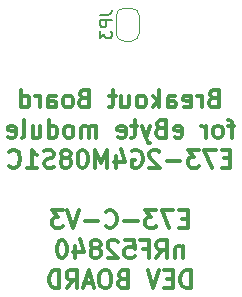
<source format=gbr>
G04 #@! TF.GenerationSoftware,KiCad,Pcbnew,5.0.1*
G04 #@! TF.CreationDate,2019-01-03T14:53:17+01:00*
G04 #@! TF.ProjectId,e73-c,6537332D632E6B696361645F70636200,rev?*
G04 #@! TF.SameCoordinates,Original*
G04 #@! TF.FileFunction,Legend,Bot*
G04 #@! TF.FilePolarity,Positive*
%FSLAX46Y46*%
G04 Gerber Fmt 4.6, Leading zero omitted, Abs format (unit mm)*
G04 Created by KiCad (PCBNEW 5.0.1) date do 03 jan 2019 14:53:17 CET*
%MOMM*%
%LPD*%
G01*
G04 APERTURE LIST*
%ADD10C,0.300000*%
%ADD11C,0.120000*%
%ADD12C,0.150000*%
G04 APERTURE END LIST*
D10*
X160292857Y-78602857D02*
X160078571Y-78674285D01*
X160007142Y-78745714D01*
X159935714Y-78888571D01*
X159935714Y-79102857D01*
X160007142Y-79245714D01*
X160078571Y-79317142D01*
X160221428Y-79388571D01*
X160792857Y-79388571D01*
X160792857Y-77888571D01*
X160292857Y-77888571D01*
X160150000Y-77960000D01*
X160078571Y-78031428D01*
X160007142Y-78174285D01*
X160007142Y-78317142D01*
X160078571Y-78460000D01*
X160150000Y-78531428D01*
X160292857Y-78602857D01*
X160792857Y-78602857D01*
X159292857Y-79388571D02*
X159292857Y-78388571D01*
X159292857Y-78674285D02*
X159221428Y-78531428D01*
X159150000Y-78460000D01*
X159007142Y-78388571D01*
X158864285Y-78388571D01*
X157792857Y-79317142D02*
X157935714Y-79388571D01*
X158221428Y-79388571D01*
X158364285Y-79317142D01*
X158435714Y-79174285D01*
X158435714Y-78602857D01*
X158364285Y-78460000D01*
X158221428Y-78388571D01*
X157935714Y-78388571D01*
X157792857Y-78460000D01*
X157721428Y-78602857D01*
X157721428Y-78745714D01*
X158435714Y-78888571D01*
X156435714Y-79388571D02*
X156435714Y-78602857D01*
X156507142Y-78460000D01*
X156650000Y-78388571D01*
X156935714Y-78388571D01*
X157078571Y-78460000D01*
X156435714Y-79317142D02*
X156578571Y-79388571D01*
X156935714Y-79388571D01*
X157078571Y-79317142D01*
X157150000Y-79174285D01*
X157150000Y-79031428D01*
X157078571Y-78888571D01*
X156935714Y-78817142D01*
X156578571Y-78817142D01*
X156435714Y-78745714D01*
X155721428Y-79388571D02*
X155721428Y-77888571D01*
X155578571Y-78817142D02*
X155150000Y-79388571D01*
X155150000Y-78388571D02*
X155721428Y-78960000D01*
X154292857Y-79388571D02*
X154435714Y-79317142D01*
X154507142Y-79245714D01*
X154578571Y-79102857D01*
X154578571Y-78674285D01*
X154507142Y-78531428D01*
X154435714Y-78460000D01*
X154292857Y-78388571D01*
X154078571Y-78388571D01*
X153935714Y-78460000D01*
X153864285Y-78531428D01*
X153792857Y-78674285D01*
X153792857Y-79102857D01*
X153864285Y-79245714D01*
X153935714Y-79317142D01*
X154078571Y-79388571D01*
X154292857Y-79388571D01*
X152507142Y-78388571D02*
X152507142Y-79388571D01*
X153150000Y-78388571D02*
X153150000Y-79174285D01*
X153078571Y-79317142D01*
X152935714Y-79388571D01*
X152721428Y-79388571D01*
X152578571Y-79317142D01*
X152507142Y-79245714D01*
X152007142Y-78388571D02*
X151435714Y-78388571D01*
X151792857Y-77888571D02*
X151792857Y-79174285D01*
X151721428Y-79317142D01*
X151578571Y-79388571D01*
X151435714Y-79388571D01*
X149292857Y-78602857D02*
X149078571Y-78674285D01*
X149007142Y-78745714D01*
X148935714Y-78888571D01*
X148935714Y-79102857D01*
X149007142Y-79245714D01*
X149078571Y-79317142D01*
X149221428Y-79388571D01*
X149792857Y-79388571D01*
X149792857Y-77888571D01*
X149292857Y-77888571D01*
X149150000Y-77960000D01*
X149078571Y-78031428D01*
X149007142Y-78174285D01*
X149007142Y-78317142D01*
X149078571Y-78460000D01*
X149150000Y-78531428D01*
X149292857Y-78602857D01*
X149792857Y-78602857D01*
X148078571Y-79388571D02*
X148221428Y-79317142D01*
X148292857Y-79245714D01*
X148364285Y-79102857D01*
X148364285Y-78674285D01*
X148292857Y-78531428D01*
X148221428Y-78460000D01*
X148078571Y-78388571D01*
X147864285Y-78388571D01*
X147721428Y-78460000D01*
X147650000Y-78531428D01*
X147578571Y-78674285D01*
X147578571Y-79102857D01*
X147650000Y-79245714D01*
X147721428Y-79317142D01*
X147864285Y-79388571D01*
X148078571Y-79388571D01*
X146292857Y-79388571D02*
X146292857Y-78602857D01*
X146364285Y-78460000D01*
X146507142Y-78388571D01*
X146792857Y-78388571D01*
X146935714Y-78460000D01*
X146292857Y-79317142D02*
X146435714Y-79388571D01*
X146792857Y-79388571D01*
X146935714Y-79317142D01*
X147007142Y-79174285D01*
X147007142Y-79031428D01*
X146935714Y-78888571D01*
X146792857Y-78817142D01*
X146435714Y-78817142D01*
X146292857Y-78745714D01*
X145578571Y-79388571D02*
X145578571Y-78388571D01*
X145578571Y-78674285D02*
X145507142Y-78531428D01*
X145435714Y-78460000D01*
X145292857Y-78388571D01*
X145150000Y-78388571D01*
X144007142Y-79388571D02*
X144007142Y-77888571D01*
X144007142Y-79317142D02*
X144150000Y-79388571D01*
X144435714Y-79388571D01*
X144578571Y-79317142D01*
X144650000Y-79245714D01*
X144721428Y-79102857D01*
X144721428Y-78674285D01*
X144650000Y-78531428D01*
X144578571Y-78460000D01*
X144435714Y-78388571D01*
X144150000Y-78388571D01*
X144007142Y-78460000D01*
X162078571Y-80938571D02*
X161507142Y-80938571D01*
X161864285Y-81938571D02*
X161864285Y-80652857D01*
X161792857Y-80510000D01*
X161650000Y-80438571D01*
X161507142Y-80438571D01*
X160792857Y-81938571D02*
X160935714Y-81867142D01*
X161007142Y-81795714D01*
X161078571Y-81652857D01*
X161078571Y-81224285D01*
X161007142Y-81081428D01*
X160935714Y-81010000D01*
X160792857Y-80938571D01*
X160578571Y-80938571D01*
X160435714Y-81010000D01*
X160364285Y-81081428D01*
X160292857Y-81224285D01*
X160292857Y-81652857D01*
X160364285Y-81795714D01*
X160435714Y-81867142D01*
X160578571Y-81938571D01*
X160792857Y-81938571D01*
X159650000Y-81938571D02*
X159650000Y-80938571D01*
X159650000Y-81224285D02*
X159578571Y-81081428D01*
X159507142Y-81010000D01*
X159364285Y-80938571D01*
X159221428Y-80938571D01*
X157007142Y-81867142D02*
X157150000Y-81938571D01*
X157435714Y-81938571D01*
X157578571Y-81867142D01*
X157650000Y-81724285D01*
X157650000Y-81152857D01*
X157578571Y-81010000D01*
X157435714Y-80938571D01*
X157150000Y-80938571D01*
X157007142Y-81010000D01*
X156935714Y-81152857D01*
X156935714Y-81295714D01*
X157650000Y-81438571D01*
X155792857Y-81152857D02*
X155578571Y-81224285D01*
X155507142Y-81295714D01*
X155435714Y-81438571D01*
X155435714Y-81652857D01*
X155507142Y-81795714D01*
X155578571Y-81867142D01*
X155721428Y-81938571D01*
X156292857Y-81938571D01*
X156292857Y-80438571D01*
X155792857Y-80438571D01*
X155650000Y-80510000D01*
X155578571Y-80581428D01*
X155507142Y-80724285D01*
X155507142Y-80867142D01*
X155578571Y-81010000D01*
X155650000Y-81081428D01*
X155792857Y-81152857D01*
X156292857Y-81152857D01*
X154935714Y-80938571D02*
X154578571Y-81938571D01*
X154221428Y-80938571D02*
X154578571Y-81938571D01*
X154721428Y-82295714D01*
X154792857Y-82367142D01*
X154935714Y-82438571D01*
X153864285Y-80938571D02*
X153292857Y-80938571D01*
X153650000Y-80438571D02*
X153650000Y-81724285D01*
X153578571Y-81867142D01*
X153435714Y-81938571D01*
X153292857Y-81938571D01*
X152221428Y-81867142D02*
X152364285Y-81938571D01*
X152650000Y-81938571D01*
X152792857Y-81867142D01*
X152864285Y-81724285D01*
X152864285Y-81152857D01*
X152792857Y-81010000D01*
X152650000Y-80938571D01*
X152364285Y-80938571D01*
X152221428Y-81010000D01*
X152150000Y-81152857D01*
X152150000Y-81295714D01*
X152864285Y-81438571D01*
X150364285Y-81938571D02*
X150364285Y-80938571D01*
X150364285Y-81081428D02*
X150292857Y-81010000D01*
X150150000Y-80938571D01*
X149935714Y-80938571D01*
X149792857Y-81010000D01*
X149721428Y-81152857D01*
X149721428Y-81938571D01*
X149721428Y-81152857D02*
X149650000Y-81010000D01*
X149507142Y-80938571D01*
X149292857Y-80938571D01*
X149150000Y-81010000D01*
X149078571Y-81152857D01*
X149078571Y-81938571D01*
X148150000Y-81938571D02*
X148292857Y-81867142D01*
X148364285Y-81795714D01*
X148435714Y-81652857D01*
X148435714Y-81224285D01*
X148364285Y-81081428D01*
X148292857Y-81010000D01*
X148150000Y-80938571D01*
X147935714Y-80938571D01*
X147792857Y-81010000D01*
X147721428Y-81081428D01*
X147650000Y-81224285D01*
X147650000Y-81652857D01*
X147721428Y-81795714D01*
X147792857Y-81867142D01*
X147935714Y-81938571D01*
X148150000Y-81938571D01*
X146364285Y-81938571D02*
X146364285Y-80438571D01*
X146364285Y-81867142D02*
X146507142Y-81938571D01*
X146792857Y-81938571D01*
X146935714Y-81867142D01*
X147007142Y-81795714D01*
X147078571Y-81652857D01*
X147078571Y-81224285D01*
X147007142Y-81081428D01*
X146935714Y-81010000D01*
X146792857Y-80938571D01*
X146507142Y-80938571D01*
X146364285Y-81010000D01*
X145007142Y-80938571D02*
X145007142Y-81938571D01*
X145650000Y-80938571D02*
X145650000Y-81724285D01*
X145578571Y-81867142D01*
X145435714Y-81938571D01*
X145221428Y-81938571D01*
X145078571Y-81867142D01*
X145007142Y-81795714D01*
X144078571Y-81938571D02*
X144221428Y-81867142D01*
X144292857Y-81724285D01*
X144292857Y-80438571D01*
X142935714Y-81867142D02*
X143078571Y-81938571D01*
X143364285Y-81938571D01*
X143507142Y-81867142D01*
X143578571Y-81724285D01*
X143578571Y-81152857D01*
X143507142Y-81010000D01*
X143364285Y-80938571D01*
X143078571Y-80938571D01*
X142935714Y-81010000D01*
X142864285Y-81152857D01*
X142864285Y-81295714D01*
X143578571Y-81438571D01*
X161721428Y-83702857D02*
X161221428Y-83702857D01*
X161007142Y-84488571D02*
X161721428Y-84488571D01*
X161721428Y-82988571D01*
X161007142Y-82988571D01*
X160507142Y-82988571D02*
X159507142Y-82988571D01*
X160150000Y-84488571D01*
X159078571Y-82988571D02*
X158150000Y-82988571D01*
X158650000Y-83560000D01*
X158435714Y-83560000D01*
X158292857Y-83631428D01*
X158221428Y-83702857D01*
X158150000Y-83845714D01*
X158150000Y-84202857D01*
X158221428Y-84345714D01*
X158292857Y-84417142D01*
X158435714Y-84488571D01*
X158864285Y-84488571D01*
X159007142Y-84417142D01*
X159078571Y-84345714D01*
X157507142Y-83917142D02*
X156364285Y-83917142D01*
X155721428Y-83131428D02*
X155650000Y-83060000D01*
X155507142Y-82988571D01*
X155150000Y-82988571D01*
X155007142Y-83060000D01*
X154935714Y-83131428D01*
X154864285Y-83274285D01*
X154864285Y-83417142D01*
X154935714Y-83631428D01*
X155792857Y-84488571D01*
X154864285Y-84488571D01*
X153435714Y-83060000D02*
X153578571Y-82988571D01*
X153792857Y-82988571D01*
X154007142Y-83060000D01*
X154150000Y-83202857D01*
X154221428Y-83345714D01*
X154292857Y-83631428D01*
X154292857Y-83845714D01*
X154221428Y-84131428D01*
X154150000Y-84274285D01*
X154007142Y-84417142D01*
X153792857Y-84488571D01*
X153650000Y-84488571D01*
X153435714Y-84417142D01*
X153364285Y-84345714D01*
X153364285Y-83845714D01*
X153650000Y-83845714D01*
X152078571Y-83488571D02*
X152078571Y-84488571D01*
X152435714Y-82917142D02*
X152792857Y-83988571D01*
X151864285Y-83988571D01*
X151292857Y-84488571D02*
X151292857Y-82988571D01*
X150792857Y-84060000D01*
X150292857Y-82988571D01*
X150292857Y-84488571D01*
X149292857Y-82988571D02*
X149150000Y-82988571D01*
X149007142Y-83060000D01*
X148935714Y-83131428D01*
X148864285Y-83274285D01*
X148792857Y-83560000D01*
X148792857Y-83917142D01*
X148864285Y-84202857D01*
X148935714Y-84345714D01*
X149007142Y-84417142D01*
X149150000Y-84488571D01*
X149292857Y-84488571D01*
X149435714Y-84417142D01*
X149507142Y-84345714D01*
X149578571Y-84202857D01*
X149650000Y-83917142D01*
X149650000Y-83560000D01*
X149578571Y-83274285D01*
X149507142Y-83131428D01*
X149435714Y-83060000D01*
X149292857Y-82988571D01*
X147935714Y-83631428D02*
X148078571Y-83560000D01*
X148150000Y-83488571D01*
X148221428Y-83345714D01*
X148221428Y-83274285D01*
X148150000Y-83131428D01*
X148078571Y-83060000D01*
X147935714Y-82988571D01*
X147650000Y-82988571D01*
X147507142Y-83060000D01*
X147435714Y-83131428D01*
X147364285Y-83274285D01*
X147364285Y-83345714D01*
X147435714Y-83488571D01*
X147507142Y-83560000D01*
X147650000Y-83631428D01*
X147935714Y-83631428D01*
X148078571Y-83702857D01*
X148150000Y-83774285D01*
X148221428Y-83917142D01*
X148221428Y-84202857D01*
X148150000Y-84345714D01*
X148078571Y-84417142D01*
X147935714Y-84488571D01*
X147650000Y-84488571D01*
X147507142Y-84417142D01*
X147435714Y-84345714D01*
X147364285Y-84202857D01*
X147364285Y-83917142D01*
X147435714Y-83774285D01*
X147507142Y-83702857D01*
X147650000Y-83631428D01*
X146792857Y-84417142D02*
X146578571Y-84488571D01*
X146221428Y-84488571D01*
X146078571Y-84417142D01*
X146007142Y-84345714D01*
X145935714Y-84202857D01*
X145935714Y-84060000D01*
X146007142Y-83917142D01*
X146078571Y-83845714D01*
X146221428Y-83774285D01*
X146507142Y-83702857D01*
X146650000Y-83631428D01*
X146721428Y-83560000D01*
X146792857Y-83417142D01*
X146792857Y-83274285D01*
X146721428Y-83131428D01*
X146650000Y-83060000D01*
X146507142Y-82988571D01*
X146150000Y-82988571D01*
X145935714Y-83060000D01*
X144507142Y-84488571D02*
X145364285Y-84488571D01*
X144935714Y-84488571D02*
X144935714Y-82988571D01*
X145078571Y-83202857D01*
X145221428Y-83345714D01*
X145364285Y-83417142D01*
X143007142Y-84345714D02*
X143078571Y-84417142D01*
X143292857Y-84488571D01*
X143435714Y-84488571D01*
X143650000Y-84417142D01*
X143792857Y-84274285D01*
X143864285Y-84131428D01*
X143935714Y-83845714D01*
X143935714Y-83631428D01*
X143864285Y-83345714D01*
X143792857Y-83202857D01*
X143650000Y-83060000D01*
X143435714Y-82988571D01*
X143292857Y-82988571D01*
X143078571Y-83060000D01*
X143007142Y-83131428D01*
X158114285Y-88802857D02*
X157614285Y-88802857D01*
X157400000Y-89588571D02*
X158114285Y-89588571D01*
X158114285Y-88088571D01*
X157400000Y-88088571D01*
X156900000Y-88088571D02*
X155900000Y-88088571D01*
X156542857Y-89588571D01*
X155471428Y-88088571D02*
X154542857Y-88088571D01*
X155042857Y-88660000D01*
X154828571Y-88660000D01*
X154685714Y-88731428D01*
X154614285Y-88802857D01*
X154542857Y-88945714D01*
X154542857Y-89302857D01*
X154614285Y-89445714D01*
X154685714Y-89517142D01*
X154828571Y-89588571D01*
X155257142Y-89588571D01*
X155400000Y-89517142D01*
X155471428Y-89445714D01*
X153900000Y-89017142D02*
X152757142Y-89017142D01*
X151185714Y-89445714D02*
X151257142Y-89517142D01*
X151471428Y-89588571D01*
X151614285Y-89588571D01*
X151828571Y-89517142D01*
X151971428Y-89374285D01*
X152042857Y-89231428D01*
X152114285Y-88945714D01*
X152114285Y-88731428D01*
X152042857Y-88445714D01*
X151971428Y-88302857D01*
X151828571Y-88160000D01*
X151614285Y-88088571D01*
X151471428Y-88088571D01*
X151257142Y-88160000D01*
X151185714Y-88231428D01*
X150542857Y-89017142D02*
X149400000Y-89017142D01*
X148900000Y-88088571D02*
X148400000Y-89588571D01*
X147900000Y-88088571D01*
X147542857Y-88088571D02*
X146614285Y-88088571D01*
X147114285Y-88660000D01*
X146900000Y-88660000D01*
X146757142Y-88731428D01*
X146685714Y-88802857D01*
X146614285Y-88945714D01*
X146614285Y-89302857D01*
X146685714Y-89445714D01*
X146757142Y-89517142D01*
X146900000Y-89588571D01*
X147328571Y-89588571D01*
X147471428Y-89517142D01*
X147542857Y-89445714D01*
X157685714Y-91138571D02*
X157685714Y-92138571D01*
X157685714Y-91281428D02*
X157614285Y-91210000D01*
X157471428Y-91138571D01*
X157257142Y-91138571D01*
X157114285Y-91210000D01*
X157042857Y-91352857D01*
X157042857Y-92138571D01*
X155471428Y-92138571D02*
X155971428Y-91424285D01*
X156328571Y-92138571D02*
X156328571Y-90638571D01*
X155757142Y-90638571D01*
X155614285Y-90710000D01*
X155542857Y-90781428D01*
X155471428Y-90924285D01*
X155471428Y-91138571D01*
X155542857Y-91281428D01*
X155614285Y-91352857D01*
X155757142Y-91424285D01*
X156328571Y-91424285D01*
X154328571Y-91352857D02*
X154828571Y-91352857D01*
X154828571Y-92138571D02*
X154828571Y-90638571D01*
X154114285Y-90638571D01*
X152828571Y-90638571D02*
X153542857Y-90638571D01*
X153614285Y-91352857D01*
X153542857Y-91281428D01*
X153400000Y-91210000D01*
X153042857Y-91210000D01*
X152900000Y-91281428D01*
X152828571Y-91352857D01*
X152757142Y-91495714D01*
X152757142Y-91852857D01*
X152828571Y-91995714D01*
X152900000Y-92067142D01*
X153042857Y-92138571D01*
X153400000Y-92138571D01*
X153542857Y-92067142D01*
X153614285Y-91995714D01*
X152185714Y-90781428D02*
X152114285Y-90710000D01*
X151971428Y-90638571D01*
X151614285Y-90638571D01*
X151471428Y-90710000D01*
X151400000Y-90781428D01*
X151328571Y-90924285D01*
X151328571Y-91067142D01*
X151400000Y-91281428D01*
X152257142Y-92138571D01*
X151328571Y-92138571D01*
X150471428Y-91281428D02*
X150614285Y-91210000D01*
X150685714Y-91138571D01*
X150757142Y-90995714D01*
X150757142Y-90924285D01*
X150685714Y-90781428D01*
X150614285Y-90710000D01*
X150471428Y-90638571D01*
X150185714Y-90638571D01*
X150042857Y-90710000D01*
X149971428Y-90781428D01*
X149900000Y-90924285D01*
X149900000Y-90995714D01*
X149971428Y-91138571D01*
X150042857Y-91210000D01*
X150185714Y-91281428D01*
X150471428Y-91281428D01*
X150614285Y-91352857D01*
X150685714Y-91424285D01*
X150757142Y-91567142D01*
X150757142Y-91852857D01*
X150685714Y-91995714D01*
X150614285Y-92067142D01*
X150471428Y-92138571D01*
X150185714Y-92138571D01*
X150042857Y-92067142D01*
X149971428Y-91995714D01*
X149900000Y-91852857D01*
X149900000Y-91567142D01*
X149971428Y-91424285D01*
X150042857Y-91352857D01*
X150185714Y-91281428D01*
X148614285Y-91138571D02*
X148614285Y-92138571D01*
X148971428Y-90567142D02*
X149328571Y-91638571D01*
X148400000Y-91638571D01*
X147542857Y-90638571D02*
X147400000Y-90638571D01*
X147257142Y-90710000D01*
X147185714Y-90781428D01*
X147114285Y-90924285D01*
X147042857Y-91210000D01*
X147042857Y-91567142D01*
X147114285Y-91852857D01*
X147185714Y-91995714D01*
X147257142Y-92067142D01*
X147400000Y-92138571D01*
X147542857Y-92138571D01*
X147685714Y-92067142D01*
X147757142Y-91995714D01*
X147828571Y-91852857D01*
X147900000Y-91567142D01*
X147900000Y-91210000D01*
X147828571Y-90924285D01*
X147757142Y-90781428D01*
X147685714Y-90710000D01*
X147542857Y-90638571D01*
X158364285Y-94688571D02*
X158364285Y-93188571D01*
X158007142Y-93188571D01*
X157792857Y-93260000D01*
X157650000Y-93402857D01*
X157578571Y-93545714D01*
X157507142Y-93831428D01*
X157507142Y-94045714D01*
X157578571Y-94331428D01*
X157650000Y-94474285D01*
X157792857Y-94617142D01*
X158007142Y-94688571D01*
X158364285Y-94688571D01*
X156864285Y-93902857D02*
X156364285Y-93902857D01*
X156150000Y-94688571D02*
X156864285Y-94688571D01*
X156864285Y-93188571D01*
X156150000Y-93188571D01*
X155721428Y-93188571D02*
X155221428Y-94688571D01*
X154721428Y-93188571D01*
X152578571Y-93902857D02*
X152364285Y-93974285D01*
X152292857Y-94045714D01*
X152221428Y-94188571D01*
X152221428Y-94402857D01*
X152292857Y-94545714D01*
X152364285Y-94617142D01*
X152507142Y-94688571D01*
X153078571Y-94688571D01*
X153078571Y-93188571D01*
X152578571Y-93188571D01*
X152435714Y-93260000D01*
X152364285Y-93331428D01*
X152292857Y-93474285D01*
X152292857Y-93617142D01*
X152364285Y-93760000D01*
X152435714Y-93831428D01*
X152578571Y-93902857D01*
X153078571Y-93902857D01*
X151292857Y-93188571D02*
X151007142Y-93188571D01*
X150864285Y-93260000D01*
X150721428Y-93402857D01*
X150650000Y-93688571D01*
X150650000Y-94188571D01*
X150721428Y-94474285D01*
X150864285Y-94617142D01*
X151007142Y-94688571D01*
X151292857Y-94688571D01*
X151435714Y-94617142D01*
X151578571Y-94474285D01*
X151650000Y-94188571D01*
X151650000Y-93688571D01*
X151578571Y-93402857D01*
X151435714Y-93260000D01*
X151292857Y-93188571D01*
X150078571Y-94260000D02*
X149364285Y-94260000D01*
X150221428Y-94688571D02*
X149721428Y-93188571D01*
X149221428Y-94688571D01*
X147864285Y-94688571D02*
X148364285Y-93974285D01*
X148721428Y-94688571D02*
X148721428Y-93188571D01*
X148150000Y-93188571D01*
X148007142Y-93260000D01*
X147935714Y-93331428D01*
X147864285Y-93474285D01*
X147864285Y-93688571D01*
X147935714Y-93831428D01*
X148007142Y-93902857D01*
X148150000Y-93974285D01*
X148721428Y-93974285D01*
X147221428Y-94688571D02*
X147221428Y-93188571D01*
X146864285Y-93188571D01*
X146650000Y-93260000D01*
X146507142Y-93402857D01*
X146435714Y-93545714D01*
X146364285Y-93831428D01*
X146364285Y-94045714D01*
X146435714Y-94331428D01*
X146507142Y-94474285D01*
X146650000Y-94617142D01*
X146864285Y-94688571D01*
X147221428Y-94688571D01*
D11*
G04 #@! TO.C,JP3*
X152035000Y-73075000D02*
G75*
G03X152735000Y-73775000I700000J0D01*
G01*
X153335000Y-73775000D02*
G75*
G03X154035000Y-73075000I0J700000D01*
G01*
X154035000Y-71675000D02*
G75*
G03X153335000Y-70975000I-700000J0D01*
G01*
X152735000Y-70975000D02*
G75*
G03X152035000Y-71675000I0J-700000D01*
G01*
X153335000Y-70975000D02*
X152735000Y-70975000D01*
X154035000Y-73075000D02*
X154035000Y-71675000D01*
X152735000Y-73775000D02*
X153335000Y-73775000D01*
X152035000Y-71675000D02*
X152035000Y-73075000D01*
D12*
X150687380Y-71541666D02*
X151401666Y-71541666D01*
X151544523Y-71494047D01*
X151639761Y-71398809D01*
X151687380Y-71255952D01*
X151687380Y-71160714D01*
X151687380Y-72017857D02*
X150687380Y-72017857D01*
X150687380Y-72398809D01*
X150735000Y-72494047D01*
X150782619Y-72541666D01*
X150877857Y-72589285D01*
X151020714Y-72589285D01*
X151115952Y-72541666D01*
X151163571Y-72494047D01*
X151211190Y-72398809D01*
X151211190Y-72017857D01*
X150687380Y-72922619D02*
X150687380Y-73541666D01*
X151068333Y-73208333D01*
X151068333Y-73351190D01*
X151115952Y-73446428D01*
X151163571Y-73494047D01*
X151258809Y-73541666D01*
X151496904Y-73541666D01*
X151592142Y-73494047D01*
X151639761Y-73446428D01*
X151687380Y-73351190D01*
X151687380Y-73065476D01*
X151639761Y-72970238D01*
X151592142Y-72922619D01*
G04 #@! TD*
M02*

</source>
